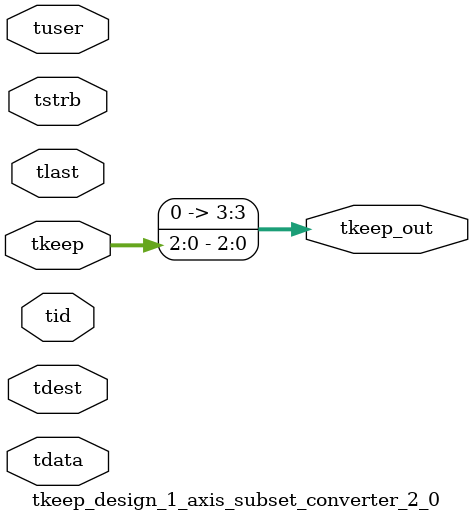
<source format=v>


`timescale 1ps/1ps

module tkeep_design_1_axis_subset_converter_2_0 #
(
parameter C_S_AXIS_TDATA_WIDTH = 32,
parameter C_S_AXIS_TUSER_WIDTH = 0,
parameter C_S_AXIS_TID_WIDTH   = 0,
parameter C_S_AXIS_TDEST_WIDTH = 0,
parameter C_M_AXIS_TDATA_WIDTH = 32
)
(
input  [(C_S_AXIS_TDATA_WIDTH == 0 ? 1 : C_S_AXIS_TDATA_WIDTH)-1:0     ] tdata,
input  [(C_S_AXIS_TUSER_WIDTH == 0 ? 1 : C_S_AXIS_TUSER_WIDTH)-1:0     ] tuser,
input  [(C_S_AXIS_TID_WIDTH   == 0 ? 1 : C_S_AXIS_TID_WIDTH)-1:0       ] tid,
input  [(C_S_AXIS_TDEST_WIDTH == 0 ? 1 : C_S_AXIS_TDEST_WIDTH)-1:0     ] tdest,
input  [(C_S_AXIS_TDATA_WIDTH/8)-1:0 ] tkeep,
input  [(C_S_AXIS_TDATA_WIDTH/8)-1:0 ] tstrb,
input                                                                    tlast,
output [(C_M_AXIS_TDATA_WIDTH/8)-1:0 ] tkeep_out
);

assign tkeep_out = {tkeep[2:0]};

endmodule


</source>
